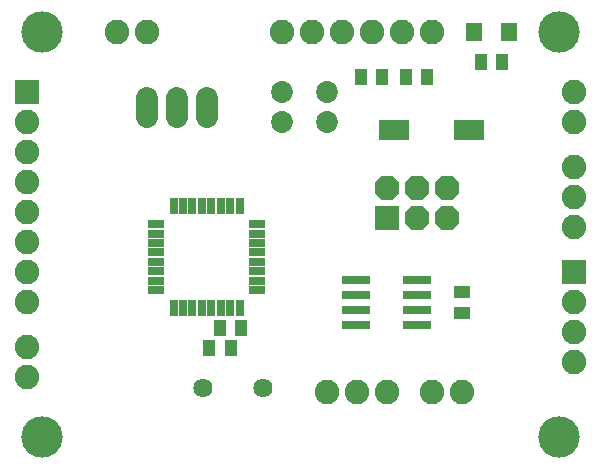
<source format=gts>
G75*
G70*
%OFA0B0*%
%FSLAX24Y24*%
%IPPOS*%
%LPD*%
%AMOC8*
5,1,8,0,0,1.08239X$1,22.5*
%
%ADD10R,0.0946X0.0316*%
%ADD11R,0.0820X0.0820*%
%ADD12OC8,0.0820*%
%ADD13C,0.0820*%
%ADD14R,0.0300X0.0580*%
%ADD15R,0.0580X0.0300*%
%ADD16R,0.0552X0.0631*%
%ADD17R,0.0986X0.0710*%
%ADD18R,0.0395X0.0552*%
%ADD19C,0.0640*%
%ADD20R,0.0552X0.0395*%
%ADD21C,0.0730*%
%ADD22C,0.1380*%
%ADD23C,0.0720*%
D10*
X012537Y005474D03*
X012537Y005974D03*
X012537Y006474D03*
X012537Y006974D03*
X014585Y006974D03*
X014585Y006474D03*
X014585Y005974D03*
X014585Y005474D03*
D11*
X013561Y009024D03*
X019811Y007224D03*
X001561Y013224D03*
D12*
X013561Y010024D03*
X014561Y010024D03*
X015561Y010024D03*
X015561Y009024D03*
X014561Y009024D03*
D13*
X019811Y008724D03*
X019811Y009724D03*
X019811Y010724D03*
X019811Y012224D03*
X019811Y013224D03*
X015061Y015224D03*
X014061Y015224D03*
X013061Y015224D03*
X012061Y015224D03*
X011061Y015224D03*
X010061Y015224D03*
X005561Y015224D03*
X004561Y015224D03*
X001561Y012224D03*
X001561Y011224D03*
X001561Y010224D03*
X001561Y009224D03*
X001561Y008224D03*
X001561Y007224D03*
X001561Y006224D03*
X001561Y004724D03*
X001561Y003724D03*
X011561Y003224D03*
X012561Y003224D03*
X013561Y003224D03*
X015061Y003224D03*
X016061Y003224D03*
X019811Y004224D03*
X019811Y005224D03*
X019811Y006224D03*
D14*
X008663Y006034D03*
X008349Y006034D03*
X008034Y006034D03*
X007719Y006034D03*
X007404Y006034D03*
X007089Y006034D03*
X006774Y006034D03*
X006459Y006034D03*
X006459Y009414D03*
X006774Y009414D03*
X007089Y009414D03*
X007404Y009414D03*
X007719Y009414D03*
X008034Y009414D03*
X008349Y009414D03*
X008663Y009414D03*
D15*
X009251Y008826D03*
X009251Y008511D03*
X009251Y008197D03*
X009251Y007882D03*
X009251Y007567D03*
X009251Y007252D03*
X009251Y006937D03*
X009251Y006622D03*
X005871Y006622D03*
X005871Y006937D03*
X005871Y007252D03*
X005871Y007567D03*
X005871Y007882D03*
X005871Y008197D03*
X005871Y008511D03*
X005871Y008826D03*
D16*
X016471Y015224D03*
X017652Y015224D03*
D17*
X016301Y011974D03*
X013821Y011974D03*
D18*
X014207Y013724D03*
X014915Y013724D03*
X013415Y013724D03*
X012707Y013724D03*
X016707Y014224D03*
X017415Y014224D03*
X008715Y005374D03*
X008007Y005374D03*
X007657Y004699D03*
X008365Y004699D03*
D19*
X007436Y003349D03*
X009436Y003349D03*
D20*
X016061Y005870D03*
X016061Y006578D03*
D21*
X011561Y012224D03*
X011561Y013224D03*
X010061Y013224D03*
X010061Y012224D03*
D22*
X002061Y001724D03*
X002061Y015224D03*
X019311Y015224D03*
X019311Y001724D03*
D23*
X007561Y012404D02*
X007561Y013044D01*
X006561Y013044D02*
X006561Y012404D01*
X005561Y012404D02*
X005561Y013044D01*
M02*

</source>
